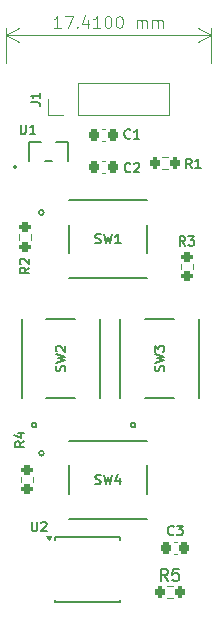
<source format=gbr>
G04 #@! TF.GenerationSoftware,KiCad,Pcbnew,8.0.1*
G04 #@! TF.CreationDate,2025-02-25T23:19:28-07:00*
G04 #@! TF.ProjectId,Button_Flex,42757474-6f6e-45f4-966c-65782e6b6963,rev?*
G04 #@! TF.SameCoordinates,Original*
G04 #@! TF.FileFunction,Legend,Top*
G04 #@! TF.FilePolarity,Positive*
%FSLAX46Y46*%
G04 Gerber Fmt 4.6, Leading zero omitted, Abs format (unit mm)*
G04 Created by KiCad (PCBNEW 8.0.1) date 2025-02-25 23:19:28*
%MOMM*%
%LPD*%
G01*
G04 APERTURE LIST*
G04 Aperture macros list*
%AMRoundRect*
0 Rectangle with rounded corners*
0 $1 Rounding radius*
0 $2 $3 $4 $5 $6 $7 $8 $9 X,Y pos of 4 corners*
0 Add a 4 corners polygon primitive as box body*
4,1,4,$2,$3,$4,$5,$6,$7,$8,$9,$2,$3,0*
0 Add four circle primitives for the rounded corners*
1,1,$1+$1,$2,$3*
1,1,$1+$1,$4,$5*
1,1,$1+$1,$6,$7*
1,1,$1+$1,$8,$9*
0 Add four rect primitives between the rounded corners*
20,1,$1+$1,$2,$3,$4,$5,0*
20,1,$1+$1,$4,$5,$6,$7,0*
20,1,$1+$1,$6,$7,$8,$9,0*
20,1,$1+$1,$8,$9,$2,$3,0*%
G04 Aperture macros list end*
%ADD10C,0.100000*%
%ADD11C,0.150000*%
%ADD12C,0.120000*%
%ADD13C,0.152400*%
%ADD14RoundRect,0.200000X-0.200000X-0.275000X0.200000X-0.275000X0.200000X0.275000X-0.200000X0.275000X0*%
%ADD15R,1.700000X0.650000*%
%ADD16R,1.549908X1.400048*%
%ADD17R,1.400048X1.549908*%
%ADD18RoundRect,0.225000X-0.225000X-0.250000X0.225000X-0.250000X0.225000X0.250000X-0.225000X0.250000X0*%
%ADD19RoundRect,0.200000X-0.275000X0.200000X-0.275000X-0.200000X0.275000X-0.200000X0.275000X0.200000X0*%
%ADD20R,0.609600X1.320800*%
%ADD21R,1.700000X1.700000*%
%ADD22O,1.700000X1.700000*%
%ADD23RoundRect,0.200000X0.275000X-0.200000X0.275000X0.200000X-0.275000X0.200000X-0.275000X-0.200000X0*%
G04 APERTURE END LIST*
D10*
X188797381Y-59317419D02*
X188225953Y-59317419D01*
X188511667Y-59317419D02*
X188511667Y-58317419D01*
X188511667Y-58317419D02*
X188416429Y-58460276D01*
X188416429Y-58460276D02*
X188321191Y-58555514D01*
X188321191Y-58555514D02*
X188225953Y-58603133D01*
X189130715Y-58317419D02*
X189797381Y-58317419D01*
X189797381Y-58317419D02*
X189368810Y-59317419D01*
X190178334Y-59222180D02*
X190225953Y-59269800D01*
X190225953Y-59269800D02*
X190178334Y-59317419D01*
X190178334Y-59317419D02*
X190130715Y-59269800D01*
X190130715Y-59269800D02*
X190178334Y-59222180D01*
X190178334Y-59222180D02*
X190178334Y-59317419D01*
X191083095Y-58650752D02*
X191083095Y-59317419D01*
X190845000Y-58269800D02*
X190606905Y-58984085D01*
X190606905Y-58984085D02*
X191225952Y-58984085D01*
X192130714Y-59317419D02*
X191559286Y-59317419D01*
X191845000Y-59317419D02*
X191845000Y-58317419D01*
X191845000Y-58317419D02*
X191749762Y-58460276D01*
X191749762Y-58460276D02*
X191654524Y-58555514D01*
X191654524Y-58555514D02*
X191559286Y-58603133D01*
X192749762Y-58317419D02*
X192845000Y-58317419D01*
X192845000Y-58317419D02*
X192940238Y-58365038D01*
X192940238Y-58365038D02*
X192987857Y-58412657D01*
X192987857Y-58412657D02*
X193035476Y-58507895D01*
X193035476Y-58507895D02*
X193083095Y-58698371D01*
X193083095Y-58698371D02*
X193083095Y-58936466D01*
X193083095Y-58936466D02*
X193035476Y-59126942D01*
X193035476Y-59126942D02*
X192987857Y-59222180D01*
X192987857Y-59222180D02*
X192940238Y-59269800D01*
X192940238Y-59269800D02*
X192845000Y-59317419D01*
X192845000Y-59317419D02*
X192749762Y-59317419D01*
X192749762Y-59317419D02*
X192654524Y-59269800D01*
X192654524Y-59269800D02*
X192606905Y-59222180D01*
X192606905Y-59222180D02*
X192559286Y-59126942D01*
X192559286Y-59126942D02*
X192511667Y-58936466D01*
X192511667Y-58936466D02*
X192511667Y-58698371D01*
X192511667Y-58698371D02*
X192559286Y-58507895D01*
X192559286Y-58507895D02*
X192606905Y-58412657D01*
X192606905Y-58412657D02*
X192654524Y-58365038D01*
X192654524Y-58365038D02*
X192749762Y-58317419D01*
X193702143Y-58317419D02*
X193797381Y-58317419D01*
X193797381Y-58317419D02*
X193892619Y-58365038D01*
X193892619Y-58365038D02*
X193940238Y-58412657D01*
X193940238Y-58412657D02*
X193987857Y-58507895D01*
X193987857Y-58507895D02*
X194035476Y-58698371D01*
X194035476Y-58698371D02*
X194035476Y-58936466D01*
X194035476Y-58936466D02*
X193987857Y-59126942D01*
X193987857Y-59126942D02*
X193940238Y-59222180D01*
X193940238Y-59222180D02*
X193892619Y-59269800D01*
X193892619Y-59269800D02*
X193797381Y-59317419D01*
X193797381Y-59317419D02*
X193702143Y-59317419D01*
X193702143Y-59317419D02*
X193606905Y-59269800D01*
X193606905Y-59269800D02*
X193559286Y-59222180D01*
X193559286Y-59222180D02*
X193511667Y-59126942D01*
X193511667Y-59126942D02*
X193464048Y-58936466D01*
X193464048Y-58936466D02*
X193464048Y-58698371D01*
X193464048Y-58698371D02*
X193511667Y-58507895D01*
X193511667Y-58507895D02*
X193559286Y-58412657D01*
X193559286Y-58412657D02*
X193606905Y-58365038D01*
X193606905Y-58365038D02*
X193702143Y-58317419D01*
X195225953Y-59317419D02*
X195225953Y-58650752D01*
X195225953Y-58745990D02*
X195273572Y-58698371D01*
X195273572Y-58698371D02*
X195368810Y-58650752D01*
X195368810Y-58650752D02*
X195511667Y-58650752D01*
X195511667Y-58650752D02*
X195606905Y-58698371D01*
X195606905Y-58698371D02*
X195654524Y-58793609D01*
X195654524Y-58793609D02*
X195654524Y-59317419D01*
X195654524Y-58793609D02*
X195702143Y-58698371D01*
X195702143Y-58698371D02*
X195797381Y-58650752D01*
X195797381Y-58650752D02*
X195940238Y-58650752D01*
X195940238Y-58650752D02*
X196035477Y-58698371D01*
X196035477Y-58698371D02*
X196083096Y-58793609D01*
X196083096Y-58793609D02*
X196083096Y-59317419D01*
X196559286Y-59317419D02*
X196559286Y-58650752D01*
X196559286Y-58745990D02*
X196606905Y-58698371D01*
X196606905Y-58698371D02*
X196702143Y-58650752D01*
X196702143Y-58650752D02*
X196845000Y-58650752D01*
X196845000Y-58650752D02*
X196940238Y-58698371D01*
X196940238Y-58698371D02*
X196987857Y-58793609D01*
X196987857Y-58793609D02*
X196987857Y-59317419D01*
X196987857Y-58793609D02*
X197035476Y-58698371D01*
X197035476Y-58698371D02*
X197130714Y-58650752D01*
X197130714Y-58650752D02*
X197273571Y-58650752D01*
X197273571Y-58650752D02*
X197368810Y-58698371D01*
X197368810Y-58698371D02*
X197416429Y-58793609D01*
X197416429Y-58793609D02*
X197416429Y-59317419D01*
X184140000Y-62320000D02*
X184140000Y-59373580D01*
X201550000Y-62320000D02*
X201550000Y-59373580D01*
X184140000Y-59960000D02*
X201550000Y-59960000D01*
X184140000Y-59960000D02*
X201550000Y-59960000D01*
X184140000Y-59960000D02*
X185266504Y-59373579D01*
X184140000Y-59960000D02*
X185266504Y-60546421D01*
X201550000Y-59960000D02*
X200423496Y-60546421D01*
X201550000Y-59960000D02*
X200423496Y-59373579D01*
D11*
X197868333Y-106134819D02*
X197535000Y-105658628D01*
X197296905Y-106134819D02*
X197296905Y-105134819D01*
X197296905Y-105134819D02*
X197677857Y-105134819D01*
X197677857Y-105134819D02*
X197773095Y-105182438D01*
X197773095Y-105182438D02*
X197820714Y-105230057D01*
X197820714Y-105230057D02*
X197868333Y-105325295D01*
X197868333Y-105325295D02*
X197868333Y-105468152D01*
X197868333Y-105468152D02*
X197820714Y-105563390D01*
X197820714Y-105563390D02*
X197773095Y-105611009D01*
X197773095Y-105611009D02*
X197677857Y-105658628D01*
X197677857Y-105658628D02*
X197296905Y-105658628D01*
X198773095Y-105134819D02*
X198296905Y-105134819D01*
X198296905Y-105134819D02*
X198249286Y-105611009D01*
X198249286Y-105611009D02*
X198296905Y-105563390D01*
X198296905Y-105563390D02*
X198392143Y-105515771D01*
X198392143Y-105515771D02*
X198630238Y-105515771D01*
X198630238Y-105515771D02*
X198725476Y-105563390D01*
X198725476Y-105563390D02*
X198773095Y-105611009D01*
X198773095Y-105611009D02*
X198820714Y-105706247D01*
X198820714Y-105706247D02*
X198820714Y-105944342D01*
X198820714Y-105944342D02*
X198773095Y-106039580D01*
X198773095Y-106039580D02*
X198725476Y-106087200D01*
X198725476Y-106087200D02*
X198630238Y-106134819D01*
X198630238Y-106134819D02*
X198392143Y-106134819D01*
X198392143Y-106134819D02*
X198296905Y-106087200D01*
X198296905Y-106087200D02*
X198249286Y-106039580D01*
X186340476Y-101132295D02*
X186340476Y-101779914D01*
X186340476Y-101779914D02*
X186378571Y-101856104D01*
X186378571Y-101856104D02*
X186416666Y-101894200D01*
X186416666Y-101894200D02*
X186492857Y-101932295D01*
X186492857Y-101932295D02*
X186645238Y-101932295D01*
X186645238Y-101932295D02*
X186721428Y-101894200D01*
X186721428Y-101894200D02*
X186759523Y-101856104D01*
X186759523Y-101856104D02*
X186797619Y-101779914D01*
X186797619Y-101779914D02*
X186797619Y-101132295D01*
X187140475Y-101208485D02*
X187178571Y-101170390D01*
X187178571Y-101170390D02*
X187254761Y-101132295D01*
X187254761Y-101132295D02*
X187445237Y-101132295D01*
X187445237Y-101132295D02*
X187521428Y-101170390D01*
X187521428Y-101170390D02*
X187559523Y-101208485D01*
X187559523Y-101208485D02*
X187597618Y-101284676D01*
X187597618Y-101284676D02*
X187597618Y-101360866D01*
X187597618Y-101360866D02*
X187559523Y-101475152D01*
X187559523Y-101475152D02*
X187102380Y-101932295D01*
X187102380Y-101932295D02*
X187597618Y-101932295D01*
X191733332Y-97918101D02*
X191847618Y-97956196D01*
X191847618Y-97956196D02*
X192038094Y-97956196D01*
X192038094Y-97956196D02*
X192114285Y-97918101D01*
X192114285Y-97918101D02*
X192152380Y-97880005D01*
X192152380Y-97880005D02*
X192190475Y-97803815D01*
X192190475Y-97803815D02*
X192190475Y-97727624D01*
X192190475Y-97727624D02*
X192152380Y-97651434D01*
X192152380Y-97651434D02*
X192114285Y-97613339D01*
X192114285Y-97613339D02*
X192038094Y-97575243D01*
X192038094Y-97575243D02*
X191885713Y-97537148D01*
X191885713Y-97537148D02*
X191809523Y-97499053D01*
X191809523Y-97499053D02*
X191771428Y-97460958D01*
X191771428Y-97460958D02*
X191733332Y-97384767D01*
X191733332Y-97384767D02*
X191733332Y-97308577D01*
X191733332Y-97308577D02*
X191771428Y-97232386D01*
X191771428Y-97232386D02*
X191809523Y-97194291D01*
X191809523Y-97194291D02*
X191885713Y-97156196D01*
X191885713Y-97156196D02*
X192076190Y-97156196D01*
X192076190Y-97156196D02*
X192190475Y-97194291D01*
X192457142Y-97156196D02*
X192647618Y-97956196D01*
X192647618Y-97956196D02*
X192799999Y-97384767D01*
X192799999Y-97384767D02*
X192952380Y-97956196D01*
X192952380Y-97956196D02*
X193142857Y-97156196D01*
X193790476Y-97422862D02*
X193790476Y-97956196D01*
X193600000Y-97118101D02*
X193409523Y-97689529D01*
X193409523Y-97689529D02*
X193904762Y-97689529D01*
X197504201Y-88386667D02*
X197542296Y-88272381D01*
X197542296Y-88272381D02*
X197542296Y-88081905D01*
X197542296Y-88081905D02*
X197504201Y-88005714D01*
X197504201Y-88005714D02*
X197466105Y-87967619D01*
X197466105Y-87967619D02*
X197389915Y-87929524D01*
X197389915Y-87929524D02*
X197313724Y-87929524D01*
X197313724Y-87929524D02*
X197237534Y-87967619D01*
X197237534Y-87967619D02*
X197199439Y-88005714D01*
X197199439Y-88005714D02*
X197161343Y-88081905D01*
X197161343Y-88081905D02*
X197123248Y-88234286D01*
X197123248Y-88234286D02*
X197085153Y-88310476D01*
X197085153Y-88310476D02*
X197047058Y-88348571D01*
X197047058Y-88348571D02*
X196970867Y-88386667D01*
X196970867Y-88386667D02*
X196894677Y-88386667D01*
X196894677Y-88386667D02*
X196818486Y-88348571D01*
X196818486Y-88348571D02*
X196780391Y-88310476D01*
X196780391Y-88310476D02*
X196742296Y-88234286D01*
X196742296Y-88234286D02*
X196742296Y-88043809D01*
X196742296Y-88043809D02*
X196780391Y-87929524D01*
X196742296Y-87662857D02*
X197542296Y-87472381D01*
X197542296Y-87472381D02*
X196970867Y-87320000D01*
X196970867Y-87320000D02*
X197542296Y-87167619D01*
X197542296Y-87167619D02*
X196742296Y-86977143D01*
X196742296Y-86748571D02*
X196742296Y-86253333D01*
X196742296Y-86253333D02*
X197047058Y-86519999D01*
X197047058Y-86519999D02*
X197047058Y-86405714D01*
X197047058Y-86405714D02*
X197085153Y-86329523D01*
X197085153Y-86329523D02*
X197123248Y-86291428D01*
X197123248Y-86291428D02*
X197199439Y-86253333D01*
X197199439Y-86253333D02*
X197389915Y-86253333D01*
X197389915Y-86253333D02*
X197466105Y-86291428D01*
X197466105Y-86291428D02*
X197504201Y-86329523D01*
X197504201Y-86329523D02*
X197542296Y-86405714D01*
X197542296Y-86405714D02*
X197542296Y-86634285D01*
X197542296Y-86634285D02*
X197504201Y-86710476D01*
X197504201Y-86710476D02*
X197466105Y-86748571D01*
X189124200Y-88386667D02*
X189162295Y-88272381D01*
X189162295Y-88272381D02*
X189162295Y-88081905D01*
X189162295Y-88081905D02*
X189124200Y-88005714D01*
X189124200Y-88005714D02*
X189086104Y-87967619D01*
X189086104Y-87967619D02*
X189009914Y-87929524D01*
X189009914Y-87929524D02*
X188933723Y-87929524D01*
X188933723Y-87929524D02*
X188857533Y-87967619D01*
X188857533Y-87967619D02*
X188819438Y-88005714D01*
X188819438Y-88005714D02*
X188781342Y-88081905D01*
X188781342Y-88081905D02*
X188743247Y-88234286D01*
X188743247Y-88234286D02*
X188705152Y-88310476D01*
X188705152Y-88310476D02*
X188667057Y-88348571D01*
X188667057Y-88348571D02*
X188590866Y-88386667D01*
X188590866Y-88386667D02*
X188514676Y-88386667D01*
X188514676Y-88386667D02*
X188438485Y-88348571D01*
X188438485Y-88348571D02*
X188400390Y-88310476D01*
X188400390Y-88310476D02*
X188362295Y-88234286D01*
X188362295Y-88234286D02*
X188362295Y-88043809D01*
X188362295Y-88043809D02*
X188400390Y-87929524D01*
X188362295Y-87662857D02*
X189162295Y-87472381D01*
X189162295Y-87472381D02*
X188590866Y-87320000D01*
X188590866Y-87320000D02*
X189162295Y-87167619D01*
X189162295Y-87167619D02*
X188362295Y-86977143D01*
X188438485Y-86710476D02*
X188400390Y-86672380D01*
X188400390Y-86672380D02*
X188362295Y-86596190D01*
X188362295Y-86596190D02*
X188362295Y-86405714D01*
X188362295Y-86405714D02*
X188400390Y-86329523D01*
X188400390Y-86329523D02*
X188438485Y-86291428D01*
X188438485Y-86291428D02*
X188514676Y-86253333D01*
X188514676Y-86253333D02*
X188590866Y-86253333D01*
X188590866Y-86253333D02*
X188705152Y-86291428D01*
X188705152Y-86291428D02*
X189162295Y-86748571D01*
X189162295Y-86748571D02*
X189162295Y-86253333D01*
X191733332Y-77534201D02*
X191847618Y-77572296D01*
X191847618Y-77572296D02*
X192038094Y-77572296D01*
X192038094Y-77572296D02*
X192114285Y-77534201D01*
X192114285Y-77534201D02*
X192152380Y-77496105D01*
X192152380Y-77496105D02*
X192190475Y-77419915D01*
X192190475Y-77419915D02*
X192190475Y-77343724D01*
X192190475Y-77343724D02*
X192152380Y-77267534D01*
X192152380Y-77267534D02*
X192114285Y-77229439D01*
X192114285Y-77229439D02*
X192038094Y-77191343D01*
X192038094Y-77191343D02*
X191885713Y-77153248D01*
X191885713Y-77153248D02*
X191809523Y-77115153D01*
X191809523Y-77115153D02*
X191771428Y-77077058D01*
X191771428Y-77077058D02*
X191733332Y-77000867D01*
X191733332Y-77000867D02*
X191733332Y-76924677D01*
X191733332Y-76924677D02*
X191771428Y-76848486D01*
X191771428Y-76848486D02*
X191809523Y-76810391D01*
X191809523Y-76810391D02*
X191885713Y-76772296D01*
X191885713Y-76772296D02*
X192076190Y-76772296D01*
X192076190Y-76772296D02*
X192190475Y-76810391D01*
X192457142Y-76772296D02*
X192647618Y-77572296D01*
X192647618Y-77572296D02*
X192799999Y-77000867D01*
X192799999Y-77000867D02*
X192952380Y-77572296D01*
X192952380Y-77572296D02*
X193142857Y-76772296D01*
X193866666Y-77572296D02*
X193409523Y-77572296D01*
X193638095Y-77572296D02*
X193638095Y-76772296D01*
X193638095Y-76772296D02*
X193561904Y-76886581D01*
X193561904Y-76886581D02*
X193485714Y-76962772D01*
X193485714Y-76962772D02*
X193409523Y-77000867D01*
X198351667Y-102206104D02*
X198313571Y-102244200D01*
X198313571Y-102244200D02*
X198199286Y-102282295D01*
X198199286Y-102282295D02*
X198123095Y-102282295D01*
X198123095Y-102282295D02*
X198008809Y-102244200D01*
X198008809Y-102244200D02*
X197932619Y-102168009D01*
X197932619Y-102168009D02*
X197894524Y-102091819D01*
X197894524Y-102091819D02*
X197856428Y-101939438D01*
X197856428Y-101939438D02*
X197856428Y-101825152D01*
X197856428Y-101825152D02*
X197894524Y-101672771D01*
X197894524Y-101672771D02*
X197932619Y-101596580D01*
X197932619Y-101596580D02*
X198008809Y-101520390D01*
X198008809Y-101520390D02*
X198123095Y-101482295D01*
X198123095Y-101482295D02*
X198199286Y-101482295D01*
X198199286Y-101482295D02*
X198313571Y-101520390D01*
X198313571Y-101520390D02*
X198351667Y-101558485D01*
X198618333Y-101482295D02*
X199113571Y-101482295D01*
X199113571Y-101482295D02*
X198846905Y-101787057D01*
X198846905Y-101787057D02*
X198961190Y-101787057D01*
X198961190Y-101787057D02*
X199037381Y-101825152D01*
X199037381Y-101825152D02*
X199075476Y-101863247D01*
X199075476Y-101863247D02*
X199113571Y-101939438D01*
X199113571Y-101939438D02*
X199113571Y-102129914D01*
X199113571Y-102129914D02*
X199075476Y-102206104D01*
X199075476Y-102206104D02*
X199037381Y-102244200D01*
X199037381Y-102244200D02*
X198961190Y-102282295D01*
X198961190Y-102282295D02*
X198732619Y-102282295D01*
X198732619Y-102282295D02*
X198656428Y-102244200D01*
X198656428Y-102244200D02*
X198618333Y-102206104D01*
X194696666Y-71475704D02*
X194658570Y-71513800D01*
X194658570Y-71513800D02*
X194544285Y-71551895D01*
X194544285Y-71551895D02*
X194468094Y-71551895D01*
X194468094Y-71551895D02*
X194353808Y-71513800D01*
X194353808Y-71513800D02*
X194277618Y-71437609D01*
X194277618Y-71437609D02*
X194239523Y-71361419D01*
X194239523Y-71361419D02*
X194201427Y-71209038D01*
X194201427Y-71209038D02*
X194201427Y-71094752D01*
X194201427Y-71094752D02*
X194239523Y-70942371D01*
X194239523Y-70942371D02*
X194277618Y-70866180D01*
X194277618Y-70866180D02*
X194353808Y-70789990D01*
X194353808Y-70789990D02*
X194468094Y-70751895D01*
X194468094Y-70751895D02*
X194544285Y-70751895D01*
X194544285Y-70751895D02*
X194658570Y-70789990D01*
X194658570Y-70789990D02*
X194696666Y-70828085D01*
X195001427Y-70828085D02*
X195039523Y-70789990D01*
X195039523Y-70789990D02*
X195115713Y-70751895D01*
X195115713Y-70751895D02*
X195306189Y-70751895D01*
X195306189Y-70751895D02*
X195382380Y-70789990D01*
X195382380Y-70789990D02*
X195420475Y-70828085D01*
X195420475Y-70828085D02*
X195458570Y-70904276D01*
X195458570Y-70904276D02*
X195458570Y-70980466D01*
X195458570Y-70980466D02*
X195420475Y-71094752D01*
X195420475Y-71094752D02*
X194963332Y-71551895D01*
X194963332Y-71551895D02*
X195458570Y-71551895D01*
X199316667Y-77762295D02*
X199050000Y-77381342D01*
X198859524Y-77762295D02*
X198859524Y-76962295D01*
X198859524Y-76962295D02*
X199164286Y-76962295D01*
X199164286Y-76962295D02*
X199240476Y-77000390D01*
X199240476Y-77000390D02*
X199278571Y-77038485D01*
X199278571Y-77038485D02*
X199316667Y-77114676D01*
X199316667Y-77114676D02*
X199316667Y-77228961D01*
X199316667Y-77228961D02*
X199278571Y-77305152D01*
X199278571Y-77305152D02*
X199240476Y-77343247D01*
X199240476Y-77343247D02*
X199164286Y-77381342D01*
X199164286Y-77381342D02*
X198859524Y-77381342D01*
X199583333Y-76962295D02*
X200078571Y-76962295D01*
X200078571Y-76962295D02*
X199811905Y-77267057D01*
X199811905Y-77267057D02*
X199926190Y-77267057D01*
X199926190Y-77267057D02*
X200002381Y-77305152D01*
X200002381Y-77305152D02*
X200040476Y-77343247D01*
X200040476Y-77343247D02*
X200078571Y-77419438D01*
X200078571Y-77419438D02*
X200078571Y-77609914D01*
X200078571Y-77609914D02*
X200040476Y-77686104D01*
X200040476Y-77686104D02*
X200002381Y-77724200D01*
X200002381Y-77724200D02*
X199926190Y-77762295D01*
X199926190Y-77762295D02*
X199697619Y-77762295D01*
X199697619Y-77762295D02*
X199621428Y-77724200D01*
X199621428Y-77724200D02*
X199583333Y-77686104D01*
X194686667Y-68626104D02*
X194648571Y-68664200D01*
X194648571Y-68664200D02*
X194534286Y-68702295D01*
X194534286Y-68702295D02*
X194458095Y-68702295D01*
X194458095Y-68702295D02*
X194343809Y-68664200D01*
X194343809Y-68664200D02*
X194267619Y-68588009D01*
X194267619Y-68588009D02*
X194229524Y-68511819D01*
X194229524Y-68511819D02*
X194191428Y-68359438D01*
X194191428Y-68359438D02*
X194191428Y-68245152D01*
X194191428Y-68245152D02*
X194229524Y-68092771D01*
X194229524Y-68092771D02*
X194267619Y-68016580D01*
X194267619Y-68016580D02*
X194343809Y-67940390D01*
X194343809Y-67940390D02*
X194458095Y-67902295D01*
X194458095Y-67902295D02*
X194534286Y-67902295D01*
X194534286Y-67902295D02*
X194648571Y-67940390D01*
X194648571Y-67940390D02*
X194686667Y-67978485D01*
X195448571Y-68702295D02*
X194991428Y-68702295D01*
X195220000Y-68702295D02*
X195220000Y-67902295D01*
X195220000Y-67902295D02*
X195143809Y-68016580D01*
X195143809Y-68016580D02*
X195067619Y-68092771D01*
X195067619Y-68092771D02*
X194991428Y-68130866D01*
X185390476Y-67522295D02*
X185390476Y-68169914D01*
X185390476Y-68169914D02*
X185428571Y-68246104D01*
X185428571Y-68246104D02*
X185466666Y-68284200D01*
X185466666Y-68284200D02*
X185542857Y-68322295D01*
X185542857Y-68322295D02*
X185695238Y-68322295D01*
X185695238Y-68322295D02*
X185771428Y-68284200D01*
X185771428Y-68284200D02*
X185809523Y-68246104D01*
X185809523Y-68246104D02*
X185847619Y-68169914D01*
X185847619Y-68169914D02*
X185847619Y-67522295D01*
X186647618Y-68322295D02*
X186190475Y-68322295D01*
X186419047Y-68322295D02*
X186419047Y-67522295D01*
X186419047Y-67522295D02*
X186342856Y-67636580D01*
X186342856Y-67636580D02*
X186266666Y-67712771D01*
X186266666Y-67712771D02*
X186190475Y-67750866D01*
X186142295Y-79623332D02*
X185761342Y-79889999D01*
X186142295Y-80080475D02*
X185342295Y-80080475D01*
X185342295Y-80080475D02*
X185342295Y-79775713D01*
X185342295Y-79775713D02*
X185380390Y-79699523D01*
X185380390Y-79699523D02*
X185418485Y-79661428D01*
X185418485Y-79661428D02*
X185494676Y-79623332D01*
X185494676Y-79623332D02*
X185608961Y-79623332D01*
X185608961Y-79623332D02*
X185685152Y-79661428D01*
X185685152Y-79661428D02*
X185723247Y-79699523D01*
X185723247Y-79699523D02*
X185761342Y-79775713D01*
X185761342Y-79775713D02*
X185761342Y-80080475D01*
X185418485Y-79318571D02*
X185380390Y-79280475D01*
X185380390Y-79280475D02*
X185342295Y-79204285D01*
X185342295Y-79204285D02*
X185342295Y-79013809D01*
X185342295Y-79013809D02*
X185380390Y-78937618D01*
X185380390Y-78937618D02*
X185418485Y-78899523D01*
X185418485Y-78899523D02*
X185494676Y-78861428D01*
X185494676Y-78861428D02*
X185570866Y-78861428D01*
X185570866Y-78861428D02*
X185685152Y-78899523D01*
X185685152Y-78899523D02*
X186142295Y-79356666D01*
X186142295Y-79356666D02*
X186142295Y-78861428D01*
X186252295Y-65626666D02*
X186823723Y-65626666D01*
X186823723Y-65626666D02*
X186938009Y-65664761D01*
X186938009Y-65664761D02*
X187014200Y-65740952D01*
X187014200Y-65740952D02*
X187052295Y-65855237D01*
X187052295Y-65855237D02*
X187052295Y-65931428D01*
X187052295Y-64826666D02*
X187052295Y-65283809D01*
X187052295Y-65055237D02*
X186252295Y-65055237D01*
X186252295Y-65055237D02*
X186366580Y-65131428D01*
X186366580Y-65131428D02*
X186442771Y-65207618D01*
X186442771Y-65207618D02*
X186480866Y-65283809D01*
X199896667Y-71212295D02*
X199630000Y-70831342D01*
X199439524Y-71212295D02*
X199439524Y-70412295D01*
X199439524Y-70412295D02*
X199744286Y-70412295D01*
X199744286Y-70412295D02*
X199820476Y-70450390D01*
X199820476Y-70450390D02*
X199858571Y-70488485D01*
X199858571Y-70488485D02*
X199896667Y-70564676D01*
X199896667Y-70564676D02*
X199896667Y-70678961D01*
X199896667Y-70678961D02*
X199858571Y-70755152D01*
X199858571Y-70755152D02*
X199820476Y-70793247D01*
X199820476Y-70793247D02*
X199744286Y-70831342D01*
X199744286Y-70831342D02*
X199439524Y-70831342D01*
X200658571Y-71212295D02*
X200201428Y-71212295D01*
X200430000Y-71212295D02*
X200430000Y-70412295D01*
X200430000Y-70412295D02*
X200353809Y-70526580D01*
X200353809Y-70526580D02*
X200277619Y-70602771D01*
X200277619Y-70602771D02*
X200201428Y-70640866D01*
X185702295Y-94323332D02*
X185321342Y-94589999D01*
X185702295Y-94780475D02*
X184902295Y-94780475D01*
X184902295Y-94780475D02*
X184902295Y-94475713D01*
X184902295Y-94475713D02*
X184940390Y-94399523D01*
X184940390Y-94399523D02*
X184978485Y-94361428D01*
X184978485Y-94361428D02*
X185054676Y-94323332D01*
X185054676Y-94323332D02*
X185168961Y-94323332D01*
X185168961Y-94323332D02*
X185245152Y-94361428D01*
X185245152Y-94361428D02*
X185283247Y-94399523D01*
X185283247Y-94399523D02*
X185321342Y-94475713D01*
X185321342Y-94475713D02*
X185321342Y-94780475D01*
X185168961Y-93637618D02*
X185702295Y-93637618D01*
X184864200Y-93828094D02*
X185435628Y-94018571D01*
X185435628Y-94018571D02*
X185435628Y-93523332D01*
D12*
X197797742Y-107632500D02*
X198272258Y-107632500D01*
X197797742Y-106587500D02*
X198272258Y-106587500D01*
D11*
X188320000Y-102460000D02*
X188320000Y-102665000D01*
X188320000Y-102460000D02*
X193820000Y-102460000D01*
X188320000Y-107970000D02*
X188320000Y-107765000D01*
X188320000Y-107970000D02*
X193820000Y-107970000D01*
X193820000Y-102460000D02*
X193820000Y-102665000D01*
X193820000Y-107970000D02*
X193820000Y-107765000D01*
D12*
X187770000Y-102715000D02*
X187530000Y-102385000D01*
X188010000Y-102385000D01*
X187770000Y-102715000D01*
G36*
X187770000Y-102715000D02*
G01*
X187530000Y-102385000D01*
X188010000Y-102385000D01*
X187770000Y-102715000D01*
G37*
D13*
X187364201Y-95343900D02*
G75*
G02*
X186957801Y-95343900I-203200J0D01*
G01*
X186957801Y-95343900D02*
G75*
G02*
X187364201Y-95343900I203200J0D01*
G01*
X189472600Y-100921301D02*
X196127400Y-100921301D01*
X196127400Y-98811138D02*
X196127400Y-96376664D01*
X196127400Y-94266501D02*
X189472600Y-94266501D01*
X189472600Y-96376664D02*
X189472600Y-98811138D01*
X195133200Y-92958999D02*
G75*
G02*
X194726800Y-92958999I-203200J0D01*
G01*
X194726800Y-92958999D02*
G75*
G02*
X195133200Y-92958999I203200J0D01*
G01*
X200507401Y-90647400D02*
X200507401Y-83992600D01*
X198397238Y-83992600D02*
X195962764Y-83992600D01*
X193852601Y-83992600D02*
X193852601Y-90647400D01*
X195962764Y-90647400D02*
X198397238Y-90647400D01*
X186753199Y-92958999D02*
G75*
G02*
X186346799Y-92958999I-203200J0D01*
G01*
X186346799Y-92958999D02*
G75*
G02*
X186753199Y-92958999I203200J0D01*
G01*
X192127400Y-90647400D02*
X192127400Y-83992600D01*
X190017237Y-83992600D02*
X187582763Y-83992600D01*
X185472600Y-83992600D02*
X185472600Y-90647400D01*
X187582763Y-90647400D02*
X190017237Y-90647400D01*
X187364201Y-74960000D02*
G75*
G02*
X186957801Y-74960000I-203200J0D01*
G01*
X186957801Y-74960000D02*
G75*
G02*
X187364201Y-74960000I203200J0D01*
G01*
X189472600Y-80537401D02*
X196127400Y-80537401D01*
X196127400Y-78427238D02*
X196127400Y-75992764D01*
X196127400Y-73882601D02*
X189472600Y-73882601D01*
X189472600Y-75992764D02*
X189472600Y-78427238D01*
D12*
X198344420Y-103860000D02*
X198625580Y-103860000D01*
X198344420Y-102840000D02*
X198625580Y-102840000D01*
X192284420Y-70630000D02*
X192565580Y-70630000D01*
X192284420Y-71650000D02*
X192565580Y-71650000D01*
X199982500Y-79287742D02*
X199982500Y-79762258D01*
X198937500Y-79287742D02*
X198937500Y-79762258D01*
X192284420Y-67920000D02*
X192565580Y-67920000D01*
X192284420Y-68940000D02*
X192565580Y-68940000D01*
D13*
X186088000Y-68948200D02*
X186088000Y-70602200D01*
X187102460Y-68948200D02*
X186088000Y-68948200D01*
X187427539Y-70602200D02*
X188052461Y-70602200D01*
X189392000Y-68948200D02*
X188377540Y-68948200D01*
X189392000Y-70602200D02*
X189392000Y-68948200D01*
X185072000Y-71095200D02*
G75*
G02*
X184818000Y-71095200I-127000J0D01*
G01*
X184818000Y-71095200D02*
G75*
G02*
X185072000Y-71095200I127000J0D01*
G01*
D12*
X186302500Y-76807742D02*
X186302500Y-77282258D01*
X185257500Y-76807742D02*
X185257500Y-77282258D01*
X187690000Y-66690000D02*
X187690000Y-65360000D01*
X189020000Y-66690000D02*
X187690000Y-66690000D01*
X190290000Y-64030000D02*
X197970000Y-64030000D01*
X190290000Y-66690000D02*
X190290000Y-64030000D01*
X190290000Y-66690000D02*
X197970000Y-66690000D01*
X197970000Y-66690000D02*
X197970000Y-64030000D01*
X197387742Y-70267500D02*
X197862258Y-70267500D01*
X197387742Y-71312500D02*
X197862258Y-71312500D01*
X186462500Y-97812258D02*
X186462500Y-97337742D01*
X185417500Y-97812258D02*
X185417500Y-97337742D01*
%LPC*%
D14*
X198860000Y-107110000D03*
X197210000Y-107110000D03*
D15*
X187420000Y-103310000D03*
X187420000Y-104580000D03*
X187420000Y-105850000D03*
X187420000Y-107120000D03*
X194720000Y-107120000D03*
X194720000Y-105850000D03*
X194720000Y-104580000D03*
X194720000Y-103310000D03*
D16*
X188825002Y-95343900D03*
X188825002Y-99843902D03*
X196774998Y-99843902D03*
X196774998Y-95343900D03*
D17*
X194930000Y-91294998D03*
X199430002Y-91294998D03*
X199430002Y-83345002D03*
X194930000Y-83345002D03*
X186549999Y-91294998D03*
X191050001Y-91294998D03*
X191050001Y-83345002D03*
X186549999Y-83345002D03*
D16*
X188825002Y-74960000D03*
X188825002Y-79460002D03*
X196774998Y-79460002D03*
X196774998Y-74960000D03*
D18*
X199260000Y-103350000D03*
X197710000Y-103350000D03*
X191650000Y-71140000D03*
X193200000Y-71140000D03*
D19*
X199460000Y-78700000D03*
X199460000Y-80350000D03*
D18*
X191650000Y-68430000D03*
X193200000Y-68430000D03*
D20*
X186789999Y-70790400D03*
X188690001Y-70790400D03*
X187740000Y-68760000D03*
D19*
X185780000Y-76220000D03*
X185780000Y-77870000D03*
D21*
X189020000Y-65360000D03*
D22*
X191560000Y-65360000D03*
X194100000Y-65360000D03*
X196640000Y-65360000D03*
D14*
X196800000Y-70790000D03*
X198450000Y-70790000D03*
D23*
X185940000Y-98400000D03*
X185940000Y-96750000D03*
%LPD*%
M02*

</source>
